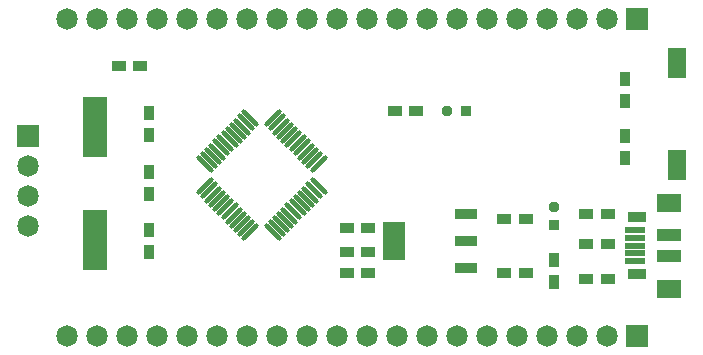
<source format=gts>
G04*
G04 #@! TF.GenerationSoftware,Altium Limited,Altium Designer,22.0.2 (36)*
G04*
G04 Layer_Color=8388736*
%FSLAX24Y24*%
%MOIN*%
G70*
G04*
G04 #@! TF.SameCoordinates,D96F1F73-0473-4D1D-A2DC-BC1745D11BA0*
G04*
G04*
G04 #@! TF.FilePolarity,Negative*
G04*
G01*
G75*
%ADD33R,0.0680X0.0188*%
%ADD34R,0.0837X0.0444*%
%ADD35R,0.0837X0.2019*%
%ADD36R,0.0350X0.0450*%
%ADD37R,0.0450X0.0350*%
G04:AMPARAMS|DCode=38|XSize=16mil|YSize=75.9mil|CornerRadius=0mil|HoleSize=0mil|Usage=FLASHONLY|Rotation=225.000|XOffset=0mil|YOffset=0mil|HoleType=Round|Shape=Round|*
%AMOVALD38*
21,1,0.0599,0.0160,0.0000,0.0000,315.0*
1,1,0.0160,-0.0212,0.0212*
1,1,0.0160,0.0212,-0.0212*
%
%ADD38OVALD38*%

G04:AMPARAMS|DCode=39|XSize=16mil|YSize=75.9mil|CornerRadius=0mil|HoleSize=0mil|Usage=FLASHONLY|Rotation=315.000|XOffset=0mil|YOffset=0mil|HoleType=Round|Shape=Round|*
%AMOVALD39*
21,1,0.0599,0.0160,0.0000,0.0000,45.0*
1,1,0.0160,-0.0212,-0.0212*
1,1,0.0160,0.0212,0.0212*
%
%ADD39OVALD39*%

%ADD40R,0.0350X0.0350*%
%ADD41P,0.0379X8X202.5*%
%ADD42R,0.0641X0.1034*%
%ADD43R,0.0350X0.0350*%
%ADD44P,0.0379X8X112.5*%
%ADD45R,0.0719X0.1270*%
%ADD46R,0.0719X0.0345*%
%ADD47R,0.0837X0.0641*%
%ADD48R,0.0641X0.0365*%
%ADD49C,0.0719*%
%ADD50R,0.0719X0.0719*%
%ADD51R,0.0719X0.0719*%
D33*
X21302Y4306D02*
D03*
Y4562D02*
D03*
Y3538D02*
D03*
Y4050D02*
D03*
Y3794D02*
D03*
D34*
X22440Y4400D02*
D03*
Y3700D02*
D03*
D35*
X3300Y4256D02*
D03*
Y7996D02*
D03*
D36*
X5100Y3835D02*
D03*
Y4565D02*
D03*
Y5770D02*
D03*
Y6500D02*
D03*
Y7735D02*
D03*
Y8465D02*
D03*
X20950Y6985D02*
D03*
Y7715D02*
D03*
Y9600D02*
D03*
Y8870D02*
D03*
X18600Y3565D02*
D03*
Y2835D02*
D03*
D37*
X4085Y10050D02*
D03*
X4815D02*
D03*
X13285Y8550D02*
D03*
X14015D02*
D03*
X20400Y2950D02*
D03*
X19670D02*
D03*
Y4100D02*
D03*
X20400D02*
D03*
Y5100D02*
D03*
X19670D02*
D03*
X16935Y3150D02*
D03*
X17665D02*
D03*
X16935Y4950D02*
D03*
X17665D02*
D03*
X11685Y4650D02*
D03*
X12415D02*
D03*
X11685Y3150D02*
D03*
X12415D02*
D03*
X11685Y3850D02*
D03*
X12415D02*
D03*
D38*
X10750Y6031D02*
D03*
X10611Y5892D02*
D03*
X10472Y5753D02*
D03*
X10333Y5613D02*
D03*
X10193Y5474D02*
D03*
X10054Y5335D02*
D03*
X9915Y5196D02*
D03*
X9776Y5057D02*
D03*
X9637Y4917D02*
D03*
X9497Y4778D02*
D03*
X9358Y4639D02*
D03*
X9219Y4500D02*
D03*
X6950Y6769D02*
D03*
X7089Y6908D02*
D03*
X7228Y7047D02*
D03*
X7367Y7187D02*
D03*
X7507Y7326D02*
D03*
X7646Y7465D02*
D03*
X7785Y7604D02*
D03*
X7924Y7743D02*
D03*
X8063Y7883D02*
D03*
X8203Y8022D02*
D03*
X8342Y8161D02*
D03*
X8481Y8300D02*
D03*
D39*
Y4500D02*
D03*
X8342Y4639D02*
D03*
X8203Y4778D02*
D03*
X8063Y4917D02*
D03*
X7924Y5057D02*
D03*
X7785Y5196D02*
D03*
X7646Y5335D02*
D03*
X7507Y5474D02*
D03*
X7367Y5613D02*
D03*
X7228Y5753D02*
D03*
X7089Y5892D02*
D03*
X6950Y6031D02*
D03*
X9219Y8300D02*
D03*
X9358Y8161D02*
D03*
X9497Y8022D02*
D03*
X9637Y7883D02*
D03*
X9776Y7743D02*
D03*
X9915Y7604D02*
D03*
X10054Y7465D02*
D03*
X10193Y7326D02*
D03*
X10333Y7187D02*
D03*
X10472Y7047D02*
D03*
X10611Y6908D02*
D03*
X10750Y6769D02*
D03*
D40*
X15656Y8550D02*
D03*
D41*
X15044D02*
D03*
D42*
X22688Y10150D02*
D03*
Y6750D02*
D03*
D43*
X18600Y4744D02*
D03*
D44*
Y5356D02*
D03*
D45*
X13250Y4200D02*
D03*
D46*
X15650Y5106D02*
D03*
Y4200D02*
D03*
Y3294D02*
D03*
D47*
X22444Y2623D02*
D03*
Y5477D02*
D03*
D48*
X21377Y5005D02*
D03*
Y3095D02*
D03*
D49*
X1050Y4700D02*
D03*
Y5700D02*
D03*
Y6700D02*
D03*
X6350Y11600D02*
D03*
X7350D02*
D03*
X8350D02*
D03*
X9350D02*
D03*
X10350D02*
D03*
X11350D02*
D03*
X12350D02*
D03*
X13350D02*
D03*
X14350D02*
D03*
X15350D02*
D03*
X16350D02*
D03*
X17350D02*
D03*
X18350D02*
D03*
X19350D02*
D03*
X20350D02*
D03*
X5350D02*
D03*
X4350D02*
D03*
X3350D02*
D03*
X2350D02*
D03*
X6350Y1050D02*
D03*
X7350D02*
D03*
X8350D02*
D03*
X9350D02*
D03*
X10350D02*
D03*
X11350D02*
D03*
X12350D02*
D03*
X13350D02*
D03*
X14350D02*
D03*
X15350D02*
D03*
X16350D02*
D03*
X17350D02*
D03*
X18350D02*
D03*
X19350D02*
D03*
X20350D02*
D03*
X5350D02*
D03*
X4350D02*
D03*
X3350D02*
D03*
X2350D02*
D03*
D50*
X1050Y7700D02*
D03*
D51*
X21350Y11600D02*
D03*
Y1050D02*
D03*
M02*

</source>
